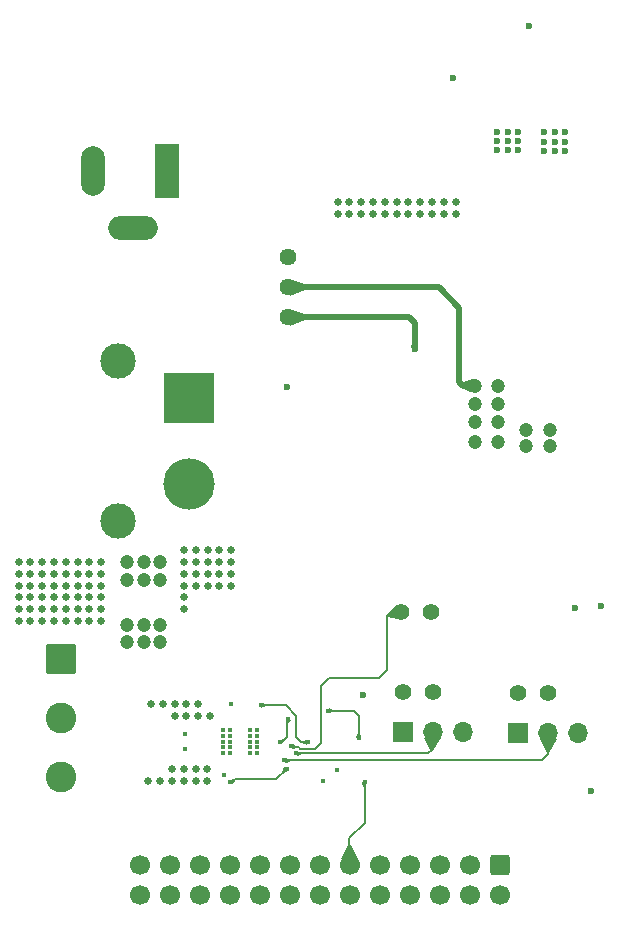
<source format=gbr>
%TF.GenerationSoftware,KiCad,Pcbnew,9.0.0*%
%TF.CreationDate,2025-03-07T07:16:51+07:00*%
%TF.ProjectId,Driver-DRV8317,44726976-6572-42d4-9452-56383331372e,rev?*%
%TF.SameCoordinates,Original*%
%TF.FileFunction,Copper,L4,Bot*%
%TF.FilePolarity,Positive*%
%FSLAX46Y46*%
G04 Gerber Fmt 4.6, Leading zero omitted, Abs format (unit mm)*
G04 Created by KiCad (PCBNEW 9.0.0) date 2025-03-07 07:16:51*
%MOMM*%
%LPD*%
G01*
G04 APERTURE LIST*
G04 Aperture macros list*
%AMRoundRect*
0 Rectangle with rounded corners*
0 $1 Rounding radius*
0 $2 $3 $4 $5 $6 $7 $8 $9 X,Y pos of 4 corners*
0 Add a 4 corners polygon primitive as box body*
4,1,4,$2,$3,$4,$5,$6,$7,$8,$9,$2,$3,0*
0 Add four circle primitives for the rounded corners*
1,1,$1+$1,$2,$3*
1,1,$1+$1,$4,$5*
1,1,$1+$1,$6,$7*
1,1,$1+$1,$8,$9*
0 Add four rect primitives between the rounded corners*
20,1,$1+$1,$2,$3,$4,$5,0*
20,1,$1+$1,$4,$5,$6,$7,0*
20,1,$1+$1,$6,$7,$8,$9,0*
20,1,$1+$1,$8,$9,$2,$3,0*%
G04 Aperture macros list end*
%TA.AperFunction,ComponentPad*%
%ADD10R,1.700000X1.700000*%
%TD*%
%TA.AperFunction,ComponentPad*%
%ADD11O,1.700000X1.700000*%
%TD*%
%TA.AperFunction,ComponentPad*%
%ADD12R,4.350000X4.350000*%
%TD*%
%TA.AperFunction,ComponentPad*%
%ADD13C,4.350000*%
%TD*%
%TA.AperFunction,ComponentPad*%
%ADD14C,3.000000*%
%TD*%
%TA.AperFunction,ComponentPad*%
%ADD15C,1.400000*%
%TD*%
%TA.AperFunction,ComponentPad*%
%ADD16RoundRect,0.250000X-0.600000X0.600000X-0.600000X-0.600000X0.600000X-0.600000X0.600000X0.600000X0*%
%TD*%
%TA.AperFunction,ComponentPad*%
%ADD17C,1.700000*%
%TD*%
%TA.AperFunction,ComponentPad*%
%ADD18RoundRect,0.250000X-1.050000X1.050000X-1.050000X-1.050000X1.050000X-1.050000X1.050000X1.050000X0*%
%TD*%
%TA.AperFunction,ComponentPad*%
%ADD19C,2.600000*%
%TD*%
%TA.AperFunction,ComponentPad*%
%ADD20R,2.000000X4.600000*%
%TD*%
%TA.AperFunction,ComponentPad*%
%ADD21O,2.000000X4.200000*%
%TD*%
%TA.AperFunction,ComponentPad*%
%ADD22O,4.200000X2.000000*%
%TD*%
%TA.AperFunction,ComponentPad*%
%ADD23C,1.440000*%
%TD*%
%TA.AperFunction,ViaPad*%
%ADD24C,0.650000*%
%TD*%
%TA.AperFunction,ViaPad*%
%ADD25C,0.450000*%
%TD*%
%TA.AperFunction,ViaPad*%
%ADD26C,0.600000*%
%TD*%
%TA.AperFunction,ViaPad*%
%ADD27C,1.200000*%
%TD*%
%TA.AperFunction,Conductor*%
%ADD28C,0.200000*%
%TD*%
%TA.AperFunction,Conductor*%
%ADD29C,0.500000*%
%TD*%
G04 APERTURE END LIST*
D10*
%TO.P,JP4,1,A*%
%TO.N,Net-(JP4-A)*%
X146830000Y-117950000D03*
D11*
%TO.P,JP4,2,C*%
%TO.N,SLEW*%
X149370000Y-117950000D03*
%TO.P,JP4,3,B*%
%TO.N,AVDD*%
X151910000Y-117950000D03*
%TD*%
D12*
%TO.P,PS1,1,+*%
%TO.N,V+*%
X128710000Y-89700000D03*
D13*
%TO.P,PS1,2,-*%
%TO.N,GND*%
X128710000Y-96900000D03*
D14*
%TO.P,PS1,MH1,MH1*%
%TO.N,unconnected-(PS1-PadMH1)*%
X122710000Y-86550000D03*
%TO.P,PS1,MH2,MH2*%
%TO.N,unconnected-(PS1-PadMH2)*%
X122710000Y-100050000D03*
%TD*%
D15*
%TO.P,JP5,1,A*%
%TO.N,Net-(JP4-A)*%
X146860000Y-114550000D03*
%TO.P,JP5,2,B*%
%TO.N,GND*%
X149400000Y-114550000D03*
%TD*%
%TO.P,JP1,1,A*%
%TO.N,Net-(JP1-A)*%
X156560000Y-114625000D03*
%TO.P,JP1,2,B*%
%TO.N,GND*%
X159100000Y-114625000D03*
%TD*%
D10*
%TO.P,JP2,1,A*%
%TO.N,Net-(JP1-A)*%
X156610000Y-118025000D03*
D11*
%TO.P,JP2,2,C*%
%TO.N,GAIN*%
X159150000Y-118025000D03*
%TO.P,JP2,3,B*%
%TO.N,AVDD*%
X161690000Y-118025000D03*
%TD*%
D16*
%TO.P,J1,1,Pin_1*%
%TO.N,AVDD*%
X155030000Y-129190000D03*
D17*
%TO.P,J1,2,Pin_2*%
%TO.N,GND*%
X155030000Y-131730000D03*
%TO.P,J1,3,Pin_3*%
%TO.N,+5V*%
X152490000Y-129190000D03*
%TO.P,J1,4,Pin_4*%
%TO.N,GND*%
X152490000Y-131730000D03*
%TO.P,J1,5,Pin_5*%
%TO.N,Net-(J1-Pin_5)*%
X149950000Y-129190000D03*
%TO.P,J1,6,Pin_6*%
%TO.N,GND*%
X149950000Y-131730000D03*
%TO.P,J1,7,Pin_7*%
%TO.N,Net-(J1-Pin_7)*%
X147410000Y-129190000D03*
%TO.P,J1,8,Pin_8*%
%TO.N,GND*%
X147410000Y-131730000D03*
%TO.P,J1,9,Pin_9*%
%TO.N,Net-(J1-Pin_9)*%
X144870000Y-129190000D03*
%TO.P,J1,10,Pin_10*%
%TO.N,GND*%
X144870000Y-131730000D03*
%TO.P,J1,11,Pin_11*%
%TO.N,/DRV8317/NSLEEP*%
X142330000Y-129190000D03*
%TO.P,J1,12,Pin_12*%
%TO.N,GND*%
X142330000Y-131730000D03*
%TO.P,J1,13,Pin_13*%
%TO.N,/DRV8317/NFAULT*%
X139790000Y-129190000D03*
%TO.P,J1,14,Pin_14*%
%TO.N,GND*%
X139790000Y-131730000D03*
%TO.P,J1,15,Pin_15*%
%TO.N,/DRV8317/TIM1_CH3N*%
X137250000Y-129190000D03*
%TO.P,J1,16,Pin_16*%
%TO.N,GND*%
X137250000Y-131730000D03*
%TO.P,J1,17,Pin_17*%
%TO.N,/DRV8317/TIM1_CH3*%
X134710000Y-129190000D03*
%TO.P,J1,18,Pin_18*%
%TO.N,GND*%
X134710000Y-131730000D03*
%TO.P,J1,19,Pin_19*%
%TO.N,/DRV8317/TIM1_CH2N*%
X132170000Y-129190000D03*
%TO.P,J1,20,Pin_20*%
%TO.N,GND*%
X132170000Y-131730000D03*
%TO.P,J1,21,Pin_21*%
%TO.N,/DRV8317/TIM1_CH2*%
X129630000Y-129190000D03*
%TO.P,J1,22,Pin_22*%
%TO.N,GND*%
X129630000Y-131730000D03*
%TO.P,J1,23,Pin_23*%
%TO.N,/DRV8317/TIM1_CH1N*%
X127090000Y-129190000D03*
%TO.P,J1,24,Pin_24*%
%TO.N,GND*%
X127090000Y-131730000D03*
%TO.P,J1,25,Pin_25*%
%TO.N,/DRV8317/TIM1_CH1*%
X124550000Y-129190000D03*
%TO.P,J1,26,Pin_26*%
%TO.N,GND*%
X124550000Y-131730000D03*
%TD*%
D15*
%TO.P,JP3,1,A*%
%TO.N,MODE*%
X146720000Y-107750000D03*
%TO.P,JP3,2,B*%
%TO.N,GND*%
X149260000Y-107750000D03*
%TD*%
D18*
%TO.P,J6,1,Pin_1*%
%TO.N,Net-(IC3-OUTA_1)*%
X117900000Y-111750000D03*
D19*
%TO.P,J6,2,Pin_2*%
%TO.N,Net-(IC3-OUTB_1)*%
X117900000Y-116750000D03*
%TO.P,J6,3,Pin_3*%
%TO.N,Net-(IC3-OUTC_1)*%
X117900000Y-121750000D03*
%TD*%
D20*
%TO.P,J5,1*%
%TO.N,V+*%
X126910000Y-70450000D03*
D21*
%TO.P,J5,2*%
%TO.N,GND*%
X120610000Y-70450000D03*
D22*
%TO.P,J5,3*%
%TO.N,N/C*%
X124010000Y-75250000D03*
%TD*%
D23*
%TO.P,RV1,1,1*%
%TO.N,Net-(U1-FB)*%
X137110000Y-82830000D03*
%TO.P,RV1,2,2*%
%TO.N,VM*%
X137110000Y-80290000D03*
%TO.P,RV1,3,3*%
%TO.N,unconnected-(RV1-Pad3)*%
X137110000Y-77750000D03*
%TD*%
D24*
%TO.N,GND*%
X114310000Y-106550000D03*
X129510000Y-115600000D03*
X132310000Y-105550000D03*
X130291623Y-121109148D03*
D25*
X134510000Y-118250000D03*
D24*
X144310000Y-74050000D03*
X115310000Y-108550000D03*
X116310000Y-104550000D03*
X131310000Y-104550000D03*
X144310000Y-73050000D03*
X129510000Y-116600000D03*
X121310000Y-105550000D03*
X125291623Y-122109148D03*
X114310000Y-105550000D03*
X118310000Y-105550000D03*
X142310000Y-73050000D03*
X120310000Y-107550000D03*
X118310000Y-103550000D03*
X127510000Y-115600000D03*
X117310000Y-108550000D03*
X150310000Y-74050000D03*
X129291623Y-122109148D03*
X128310000Y-107550000D03*
X119310000Y-103550000D03*
X148310000Y-74050000D03*
D25*
X131610000Y-118750000D03*
D24*
X121310000Y-108550000D03*
X116310000Y-103550000D03*
X125510000Y-115600000D03*
X114310000Y-103550000D03*
X117310000Y-106550000D03*
D25*
X134510000Y-119250000D03*
D24*
X149310000Y-73050000D03*
X121310000Y-104550000D03*
D25*
X133910000Y-119750000D03*
D24*
X151310000Y-74050000D03*
D25*
X140072407Y-122125930D03*
D24*
X127291623Y-122109148D03*
X119310000Y-105550000D03*
X128310000Y-103550000D03*
X116310000Y-105550000D03*
X129310000Y-104550000D03*
X117310000Y-104550000D03*
X130310000Y-102550000D03*
X151310000Y-73050000D03*
D26*
X143510000Y-114800000D03*
D24*
X118310000Y-104550000D03*
X128291623Y-122109148D03*
X131310000Y-103550000D03*
X129310000Y-105550000D03*
X117310000Y-105550000D03*
D25*
X132210000Y-119750000D03*
D24*
X121310000Y-106550000D03*
X132310000Y-103550000D03*
D25*
X134510000Y-118750000D03*
D24*
X121310000Y-107550000D03*
X119310000Y-108550000D03*
X116310000Y-106550000D03*
D25*
X133910000Y-118750000D03*
X128410000Y-118150000D03*
D24*
X128310000Y-105550000D03*
X141310000Y-74050000D03*
D25*
X134510000Y-117750000D03*
D24*
X129291623Y-121109148D03*
X130310000Y-104550000D03*
X142310000Y-74050000D03*
X143310000Y-73050000D03*
X146310000Y-73050000D03*
D25*
X133910000Y-119250000D03*
D24*
X149310000Y-74050000D03*
X120310000Y-108550000D03*
X130291623Y-122109148D03*
D25*
X131610000Y-118250000D03*
X133910000Y-117750000D03*
D24*
X132310000Y-104550000D03*
X115310000Y-103550000D03*
X117310000Y-103550000D03*
X118310000Y-107550000D03*
D25*
X133910000Y-118250000D03*
X132210000Y-118250000D03*
D24*
X141310000Y-73050000D03*
X118310000Y-108550000D03*
D25*
X132210000Y-118750000D03*
D24*
X117310000Y-107550000D03*
X131310000Y-105550000D03*
X128510000Y-115600000D03*
D25*
X128410000Y-119350000D03*
D24*
X150310000Y-73050000D03*
D25*
X134510000Y-119750000D03*
D24*
X128291623Y-121109148D03*
D25*
X131610000Y-117750000D03*
D24*
X127510000Y-116600000D03*
X115310000Y-107550000D03*
X148310000Y-73050000D03*
X119310000Y-104550000D03*
D26*
X157510000Y-58150000D03*
D24*
X119310000Y-107550000D03*
X126291623Y-122109148D03*
X120310000Y-106550000D03*
X145310000Y-74050000D03*
X147310000Y-74050000D03*
X128510000Y-116600000D03*
X145310000Y-73050000D03*
X128310000Y-102550000D03*
X116310000Y-107550000D03*
X147310000Y-73050000D03*
X130510000Y-116600000D03*
D26*
X137010000Y-88750000D03*
D24*
X132310000Y-102550000D03*
X120310000Y-105550000D03*
X129310000Y-102550000D03*
X126510000Y-115600000D03*
X129310000Y-103550000D03*
D25*
X132210000Y-119250000D03*
D24*
X143310000Y-74050000D03*
X114310000Y-107550000D03*
X116310000Y-108550000D03*
X115310000Y-106550000D03*
X120310000Y-104550000D03*
D25*
X131610000Y-119750000D03*
D24*
X130310000Y-105550000D03*
X115310000Y-104550000D03*
X119310000Y-106550000D03*
X121310000Y-103550000D03*
X114310000Y-104550000D03*
X146310000Y-74050000D03*
D25*
X131610000Y-119250000D03*
D24*
X128310000Y-104550000D03*
X131310000Y-102550000D03*
X128310000Y-106550000D03*
X120310000Y-103550000D03*
X130310000Y-103550000D03*
D26*
X163660000Y-107300000D03*
D24*
X127291623Y-121109148D03*
X115310000Y-105550000D03*
X114310000Y-108550000D03*
D25*
X132210000Y-117750000D03*
D24*
X118310000Y-106550000D03*
D27*
%TO.N,VM*%
X123510000Y-105050000D03*
X124910000Y-108850000D03*
X157310000Y-93750000D03*
X159310000Y-92350000D03*
X123510000Y-110350000D03*
X124910000Y-103550000D03*
X152910000Y-88650000D03*
X152910000Y-93350000D03*
X154910000Y-88650000D03*
D25*
X131660000Y-121600000D03*
D27*
X126310000Y-105050000D03*
X124910000Y-110350000D03*
X126310000Y-110350000D03*
X126310000Y-103550000D03*
X154910000Y-90150000D03*
X123510000Y-108850000D03*
X152910000Y-91650000D03*
X123510000Y-103550000D03*
X159310000Y-93750000D03*
X126310000Y-108850000D03*
X154910000Y-91650000D03*
X152910000Y-90150000D03*
X154910000Y-93350000D03*
X157310000Y-92350000D03*
X124910000Y-105050000D03*
D26*
%TO.N,Net-(U1-FB)*%
X147860000Y-85500000D03*
D25*
%TO.N,AVDD*%
X137010000Y-121050000D03*
D26*
X160610000Y-67150000D03*
D25*
X132200000Y-122200000D03*
D26*
X156610000Y-67100000D03*
D25*
X141285000Y-121150000D03*
D26*
X154810000Y-68700000D03*
X156610000Y-67900000D03*
X160610000Y-67950000D03*
X156610000Y-68700000D03*
X154810000Y-67100000D03*
D25*
X136452496Y-118802542D03*
D26*
X159710000Y-67950000D03*
X154810000Y-67900000D03*
D25*
X137160000Y-116800000D03*
D26*
X158810000Y-68750000D03*
X161410000Y-107400000D03*
D25*
X132300000Y-115600000D03*
D26*
X158810000Y-67150000D03*
X155710000Y-68700000D03*
X159710000Y-68750000D03*
X155710000Y-67100000D03*
X158810000Y-67950000D03*
X160610000Y-68750000D03*
X159710000Y-67150000D03*
X155710000Y-67900000D03*
D25*
%TO.N,SLEW*%
X137800000Y-119750000D03*
%TO.N,/DRV8317/NFAULT*%
X138774364Y-118815359D03*
X134810000Y-115650000D03*
%TO.N,GAIN*%
X136810000Y-120350000D03*
%TO.N,MODE*%
X137400000Y-119150000D03*
%TO.N,/DRV8317/NSLEEP*%
X143110000Y-118450000D03*
X143610000Y-122150000D03*
X140510000Y-116150000D03*
D26*
%TO.N,+5V*%
X151110000Y-62550000D03*
X162810000Y-122950000D03*
%TD*%
D28*
%TO.N,AVDD*%
X132610000Y-121950000D02*
X136110000Y-121950000D01*
X136110000Y-121950000D02*
X137010000Y-121050000D01*
X132360000Y-122200000D02*
X132610000Y-121950000D01*
X132200000Y-122200000D02*
X132360000Y-122200000D01*
X137010000Y-116950000D02*
X137160000Y-116800000D01*
X137010000Y-118400000D02*
X137010000Y-116950000D01*
X136655038Y-118600000D02*
X136810000Y-118600000D01*
X136810000Y-118600000D02*
X137010000Y-118400000D01*
X136452496Y-118802542D02*
X136655038Y-118600000D01*
%TO.N,/DRV8317/NFAULT*%
X136910000Y-115650000D02*
X134810000Y-115650000D01*
X137810000Y-118350000D02*
X137810000Y-116550000D01*
X138260000Y-118800000D02*
X137810000Y-118350000D01*
X138759005Y-118800000D02*
X138260000Y-118800000D01*
X137810000Y-116550000D02*
X136910000Y-115650000D01*
X138774364Y-118815359D02*
X138759005Y-118800000D01*
%TO.N,MODE*%
X145510000Y-108150000D02*
X145910000Y-107750000D01*
X145910000Y-107750000D02*
X146720000Y-107750000D01*
X145510000Y-112650000D02*
X145510000Y-108150000D01*
X140610000Y-113350000D02*
X144810000Y-113350000D01*
X139910000Y-114050000D02*
X140610000Y-113350000D01*
X139910000Y-118850000D02*
X139910000Y-114050000D01*
X138142877Y-119349000D02*
X139411000Y-119349000D01*
X139411000Y-119349000D02*
X139910000Y-118850000D01*
X138017877Y-119224000D02*
X138142877Y-119349000D01*
X144810000Y-113350000D02*
X145510000Y-112650000D01*
X137582123Y-119224000D02*
X138017877Y-119224000D01*
X137528062Y-119278062D02*
X137582123Y-119224000D01*
X137400000Y-119150000D02*
X137528062Y-119278062D01*
%TO.N,SLEW*%
X137800000Y-119750000D02*
X149010000Y-119750000D01*
X149370000Y-119390000D02*
X149370000Y-117950000D01*
X149010000Y-119750000D02*
X149370000Y-119390000D01*
D29*
%TO.N,VM*%
X151960000Y-88650000D02*
X152910000Y-88650000D01*
X151610000Y-88300000D02*
X151960000Y-88650000D01*
X151610000Y-82000000D02*
X151610000Y-88300000D01*
X149900000Y-80290000D02*
X151610000Y-82000000D01*
X137110000Y-80290000D02*
X149900000Y-80290000D01*
%TO.N,Net-(U1-FB)*%
X137110000Y-82830000D02*
X147340000Y-82830000D01*
X147340000Y-82830000D02*
X147860000Y-83350000D01*
X147860000Y-83350000D02*
X147860000Y-85500000D01*
D28*
%TO.N,GAIN*%
X159150000Y-119810000D02*
X159150000Y-118025000D01*
X158610000Y-120350000D02*
X159150000Y-119810000D01*
X136810000Y-120350000D02*
X158610000Y-120350000D01*
%TO.N,/DRV8317/NSLEEP*%
X143610000Y-125650000D02*
X143610000Y-122150000D01*
X143110000Y-118450000D02*
X143110000Y-116550000D01*
X143110000Y-116550000D02*
X142710000Y-116150000D01*
X142710000Y-116150000D02*
X140510000Y-116150000D01*
X142310000Y-126950000D02*
X143610000Y-125650000D01*
X142310000Y-129430000D02*
X142310000Y-126950000D01*
%TD*%
%TA.AperFunction,Conductor*%
%TO.N,AVDD*%
G36*
X136832693Y-120931524D02*
G01*
X136833601Y-120932067D01*
X137008722Y-121047979D01*
X137012020Y-121051277D01*
X137127928Y-121226392D01*
X137129637Y-121235183D01*
X137124630Y-121242606D01*
X137123716Y-121243153D01*
X136773233Y-121431727D01*
X136764323Y-121432629D01*
X136759416Y-121429697D01*
X136630302Y-121300583D01*
X136626875Y-121292310D01*
X136628271Y-121286767D01*
X136816847Y-120936282D01*
X136823783Y-120930622D01*
X136832693Y-120931524D01*
G37*
%TD.AperFunction*%
%TD*%
%TA.AperFunction,Conductor*%
%TO.N,AVDD*%
G36*
X132506852Y-121917411D02*
G01*
X132508508Y-121918787D01*
X132637463Y-122047742D01*
X132640890Y-122056015D01*
X132637629Y-122064119D01*
X132393840Y-122317964D01*
X132385637Y-122321558D01*
X132378943Y-122319616D01*
X132203380Y-122203412D01*
X132198373Y-122195989D01*
X132198354Y-122195896D01*
X132158363Y-121990899D01*
X132160143Y-121982126D01*
X132167606Y-121977178D01*
X132498092Y-121915558D01*
X132506852Y-121917411D01*
G37*
%TD.AperFunction*%
%TD*%
%TA.AperFunction,Conductor*%
%TO.N,AVDD*%
G36*
X136952328Y-116758633D02*
G01*
X136966059Y-116761302D01*
X137157669Y-116798546D01*
X137161969Y-116800326D01*
X137309991Y-116900022D01*
X137335883Y-116917461D01*
X137340831Y-116924925D01*
X137339051Y-116933701D01*
X137338024Y-116935014D01*
X137113484Y-117183233D01*
X137105392Y-117187069D01*
X137104807Y-117187084D01*
X136922523Y-117187084D01*
X136914250Y-117183657D01*
X136910823Y-117175384D01*
X136910850Y-117174590D01*
X136927150Y-116935014D01*
X136938423Y-116769322D01*
X136942404Y-116761302D01*
X136950890Y-116758445D01*
X136952328Y-116758633D01*
G37*
%TD.AperFunction*%
%TD*%
%TA.AperFunction,Conductor*%
%TO.N,AVDD*%
G36*
X136804753Y-118504567D02*
G01*
X136809764Y-118511989D01*
X136810000Y-118514327D01*
X136810000Y-118696103D01*
X136807665Y-118703117D01*
X136646206Y-118918693D01*
X136638503Y-118923260D01*
X136630366Y-118921423D01*
X136525515Y-118851737D01*
X136455571Y-118805250D01*
X136450577Y-118797818D01*
X136410812Y-118593241D01*
X136412597Y-118584469D01*
X136419957Y-118579548D01*
X136795962Y-118502863D01*
X136804753Y-118504567D01*
G37*
%TD.AperFunction*%
%TD*%
%TA.AperFunction,Conductor*%
%TO.N,/DRV8317/NFAULT*%
G36*
X134866170Y-115433010D02*
G01*
X134895712Y-115441883D01*
X135247344Y-115547497D01*
X135254280Y-115553157D01*
X135255677Y-115558701D01*
X135255677Y-115741298D01*
X135252250Y-115749571D01*
X135247343Y-115752503D01*
X134866170Y-115866989D01*
X134857260Y-115866087D01*
X134851599Y-115859150D01*
X134851341Y-115858127D01*
X134809474Y-115652329D01*
X134809474Y-115647668D01*
X134851340Y-115441881D01*
X134856346Y-115434459D01*
X134865136Y-115432750D01*
X134866170Y-115433010D01*
G37*
%TD.AperFunction*%
%TD*%
%TA.AperFunction,Conductor*%
%TO.N,/DRV8317/NFAULT*%
G36*
X138727375Y-118599035D02*
G01*
X138732788Y-118606169D01*
X138732935Y-118606804D01*
X138774889Y-118813027D01*
X138774889Y-118817691D01*
X138733115Y-119023029D01*
X138728108Y-119030453D01*
X138719318Y-119032162D01*
X138717898Y-119031779D01*
X138336635Y-118902691D01*
X138329898Y-118896792D01*
X138328687Y-118891609D01*
X138328687Y-118709028D01*
X138332114Y-118700755D01*
X138337417Y-118697711D01*
X138718504Y-118597818D01*
X138727375Y-118599035D01*
G37*
%TD.AperFunction*%
%TD*%
%TA.AperFunction,Conductor*%
%TO.N,MODE*%
G36*
X146146061Y-107366490D02*
G01*
X146148433Y-107368070D01*
X146714186Y-107744949D01*
X146719171Y-107752387D01*
X146719172Y-107756978D01*
X146585762Y-108424905D01*
X146580781Y-108432346D01*
X146571997Y-108434086D01*
X146571827Y-108434051D01*
X146563906Y-108432346D01*
X146446518Y-108407077D01*
X145584082Y-108221435D01*
X145578271Y-108218270D01*
X145447449Y-108087448D01*
X145444022Y-108079175D01*
X145447335Y-108071019D01*
X146131192Y-107368069D01*
X146139415Y-107364529D01*
X146146061Y-107366490D01*
G37*
%TD.AperFunction*%
%TD*%
%TA.AperFunction,Conductor*%
%TO.N,MODE*%
G36*
X137534278Y-118967766D02*
G01*
X137826926Y-119120717D01*
X137832671Y-119127586D01*
X137833207Y-119131086D01*
X137833207Y-119312800D01*
X137829780Y-119321073D01*
X137821507Y-119324500D01*
X137743979Y-119324500D01*
X137675912Y-119342738D01*
X137674277Y-119343054D01*
X137454602Y-119369393D01*
X137445980Y-119366975D01*
X137441745Y-119360109D01*
X137399977Y-119154802D01*
X137401686Y-119146012D01*
X137401685Y-119146012D01*
X137519156Y-118971599D01*
X137526620Y-118966652D01*
X137534278Y-118967766D01*
G37*
%TD.AperFunction*%
%TD*%
%TA.AperFunction,Conductor*%
%TO.N,SLEW*%
G36*
X137856170Y-119533010D02*
G01*
X137875943Y-119538948D01*
X137918732Y-119551800D01*
X137923638Y-119554732D01*
X137958366Y-119589460D01*
X137958367Y-119589461D01*
X137958369Y-119589462D01*
X138026886Y-119629021D01*
X138026890Y-119629023D01*
X138087161Y-119645171D01*
X138103312Y-119649499D01*
X138103314Y-119649500D01*
X138233977Y-119649500D01*
X138242250Y-119652927D01*
X138245677Y-119661200D01*
X138245677Y-119841298D01*
X138242250Y-119849571D01*
X138237343Y-119852503D01*
X137856170Y-119966989D01*
X137847260Y-119966087D01*
X137841599Y-119959150D01*
X137841341Y-119958127D01*
X137799474Y-119752329D01*
X137799474Y-119747668D01*
X137841340Y-119541881D01*
X137846346Y-119534459D01*
X137855136Y-119532750D01*
X137856170Y-119533010D01*
G37*
%TD.AperFunction*%
%TD*%
%TA.AperFunction,Conductor*%
%TO.N,SLEW*%
G36*
X149377211Y-117953650D02*
G01*
X150067042Y-118415733D01*
X150072009Y-118423185D01*
X150070262Y-118431950D01*
X149276332Y-119621147D01*
X149268888Y-119626125D01*
X149260105Y-119624382D01*
X149258328Y-119622924D01*
X149128566Y-119493162D01*
X149126105Y-119489544D01*
X148667135Y-118431191D01*
X148666987Y-118422237D01*
X148671366Y-118416809D01*
X149364198Y-117953643D01*
X149372980Y-117951895D01*
X149377211Y-117953650D01*
G37*
%TD.AperFunction*%
%TD*%
%TA.AperFunction,Conductor*%
%TO.N,VM*%
G36*
X152789577Y-88066094D02*
G01*
X152795203Y-88073061D01*
X152795453Y-88074075D01*
X152909753Y-88645937D01*
X152908014Y-88654721D01*
X152907998Y-88654746D01*
X152582441Y-89140257D01*
X152574987Y-89145220D01*
X152567407Y-89144163D01*
X151628937Y-88665465D01*
X151623124Y-88658654D01*
X151623831Y-88649727D01*
X151625977Y-88646773D01*
X151966046Y-88306704D01*
X151971007Y-88303757D01*
X152780675Y-88065145D01*
X152789577Y-88066094D01*
G37*
%TD.AperFunction*%
%TD*%
%TA.AperFunction,Conductor*%
%TO.N,VM*%
G36*
X137263187Y-79588348D02*
G01*
X138528378Y-80037237D01*
X138535028Y-80043232D01*
X138536165Y-80048263D01*
X138536165Y-80531736D01*
X138532738Y-80540009D01*
X138528377Y-80542763D01*
X137263195Y-80991648D01*
X137254252Y-80991184D01*
X137248256Y-80984533D01*
X137247811Y-80982919D01*
X137159635Y-80542763D01*
X137109460Y-80292296D01*
X137109460Y-80287702D01*
X137247811Y-79597078D01*
X137252796Y-79589641D01*
X137261581Y-79587906D01*
X137263187Y-79588348D01*
G37*
%TD.AperFunction*%
%TD*%
%TA.AperFunction,Conductor*%
%TO.N,Net-(U1-FB)*%
G36*
X137263187Y-82128348D02*
G01*
X138528378Y-82577237D01*
X138535028Y-82583232D01*
X138536165Y-82588263D01*
X138536165Y-83071736D01*
X138532738Y-83080009D01*
X138528377Y-83082763D01*
X137263195Y-83531648D01*
X137254252Y-83531184D01*
X137248256Y-83524533D01*
X137247811Y-83522919D01*
X137159635Y-83082763D01*
X137109460Y-82832296D01*
X137109460Y-82827702D01*
X137247811Y-82137078D01*
X137252796Y-82129641D01*
X137261581Y-82127906D01*
X137263187Y-82128348D01*
G37*
%TD.AperFunction*%
%TD*%
%TA.AperFunction,Conductor*%
%TO.N,Net-(U1-FB)*%
G36*
X148107500Y-84909191D02*
G01*
X148110887Y-84916501D01*
X148153379Y-85431104D01*
X148150645Y-85439631D01*
X148144039Y-85443535D01*
X147862320Y-85500530D01*
X147857680Y-85500530D01*
X147575960Y-85443535D01*
X147568531Y-85438535D01*
X147566620Y-85431104D01*
X147609113Y-84916501D01*
X147613209Y-84908538D01*
X147620773Y-84905764D01*
X148099227Y-84905764D01*
X148107500Y-84909191D01*
G37*
%TD.AperFunction*%
%TD*%
%TA.AperFunction,Conductor*%
%TO.N,GAIN*%
G36*
X159156510Y-118028359D02*
G01*
X159848178Y-118491496D01*
X159853145Y-118498947D01*
X159852129Y-118506458D01*
X159253236Y-119702207D01*
X159246467Y-119708069D01*
X159242775Y-119708667D01*
X159057225Y-119708667D01*
X159048952Y-119705240D01*
X159046764Y-119702207D01*
X158447870Y-118506458D01*
X158447229Y-118497526D01*
X158451820Y-118491497D01*
X159143490Y-118028358D01*
X159152271Y-118026604D01*
X159156510Y-118028359D01*
G37*
%TD.AperFunction*%
%TD*%
%TA.AperFunction,Conductor*%
%TO.N,GAIN*%
G36*
X136866170Y-120133010D02*
G01*
X136895712Y-120141883D01*
X137247344Y-120247497D01*
X137254280Y-120253157D01*
X137255677Y-120258701D01*
X137255677Y-120441298D01*
X137252250Y-120449571D01*
X137247343Y-120452503D01*
X136866170Y-120566989D01*
X136857260Y-120566087D01*
X136851599Y-120559150D01*
X136851341Y-120558127D01*
X136809474Y-120352329D01*
X136809474Y-120347668D01*
X136851340Y-120141881D01*
X136856346Y-120134459D01*
X136865136Y-120132750D01*
X136866170Y-120133010D01*
G37*
%TD.AperFunction*%
%TD*%
%TA.AperFunction,Conductor*%
%TO.N,/DRV8317/NSLEEP*%
G36*
X143818117Y-122191339D02*
G01*
X143825540Y-122196346D01*
X143827249Y-122205136D01*
X143826989Y-122206170D01*
X143712503Y-122587343D01*
X143706842Y-122594280D01*
X143701298Y-122595677D01*
X143518702Y-122595677D01*
X143510429Y-122592250D01*
X143507497Y-122587343D01*
X143393010Y-122206170D01*
X143393912Y-122197260D01*
X143400849Y-122191599D01*
X143401867Y-122191343D01*
X143607670Y-122149474D01*
X143612330Y-122149474D01*
X143818117Y-122191339D01*
G37*
%TD.AperFunction*%
%TD*%
%TA.AperFunction,Conductor*%
%TO.N,/DRV8317/NSLEEP*%
G36*
X143209571Y-118007750D02*
G01*
X143212503Y-118012657D01*
X143326989Y-118393829D01*
X143326087Y-118402739D01*
X143319150Y-118408400D01*
X143318116Y-118408660D01*
X143112332Y-118450525D01*
X143107668Y-118450525D01*
X142901883Y-118408660D01*
X142894459Y-118403653D01*
X142892750Y-118394863D01*
X142893010Y-118393829D01*
X143007497Y-118012657D01*
X143013158Y-118005720D01*
X143018702Y-118004323D01*
X143201298Y-118004323D01*
X143209571Y-118007750D01*
G37*
%TD.AperFunction*%
%TD*%
%TA.AperFunction,Conductor*%
%TO.N,/DRV8317/NSLEEP*%
G36*
X140566170Y-115933010D02*
G01*
X140595712Y-115941883D01*
X140947344Y-116047497D01*
X140954280Y-116053157D01*
X140955677Y-116058701D01*
X140955677Y-116241298D01*
X140952250Y-116249571D01*
X140947343Y-116252503D01*
X140566170Y-116366989D01*
X140557260Y-116366087D01*
X140551599Y-116359150D01*
X140551341Y-116358127D01*
X140509474Y-116152329D01*
X140509474Y-116147668D01*
X140551340Y-115941881D01*
X140556346Y-115934459D01*
X140565136Y-115932750D01*
X140566170Y-115933010D01*
G37*
%TD.AperFunction*%
%TD*%
%TA.AperFunction,Conductor*%
%TO.N,/DRV8317/NSLEEP*%
G36*
X142411153Y-127509760D02*
G01*
X142413272Y-127512657D01*
X143031946Y-128708482D01*
X143032704Y-128717404D01*
X143028064Y-128723580D01*
X142336510Y-129186640D01*
X142327729Y-129188395D01*
X142323490Y-129186640D01*
X141631707Y-128723427D01*
X141626740Y-128715976D01*
X141627686Y-128708606D01*
X142206803Y-127512932D01*
X142213494Y-127506981D01*
X142217333Y-127506333D01*
X142402880Y-127506333D01*
X142411153Y-127509760D01*
G37*
%TD.AperFunction*%
%TD*%
M02*

</source>
